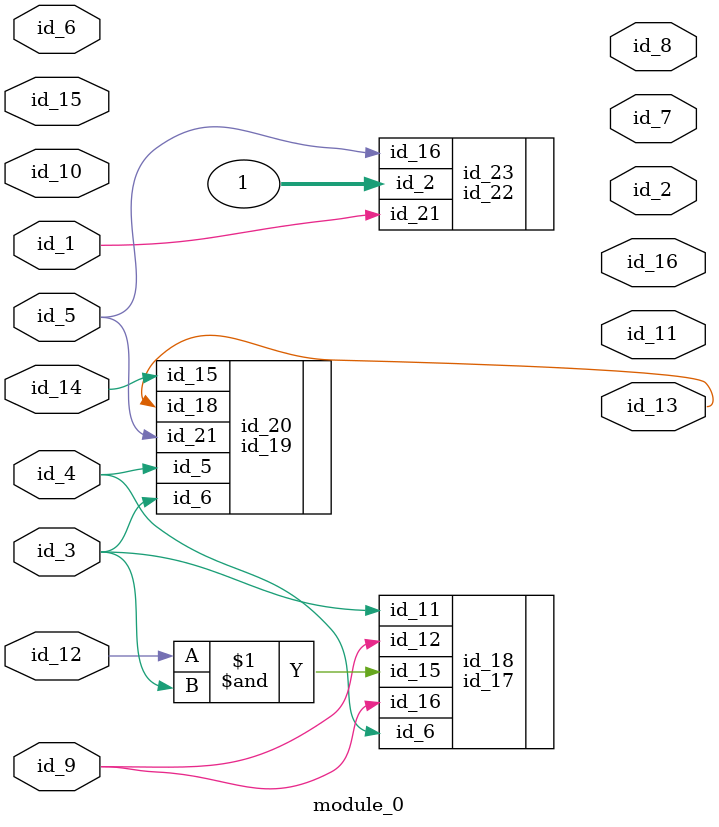
<source format=v>
module module_0 (
    id_1,
    id_2,
    id_3,
    id_4,
    id_5,
    id_6,
    id_7,
    id_8,
    id_9,
    id_10,
    id_11,
    id_12,
    id_13,
    id_14,
    id_15,
    id_16
);
  output id_16;
  input id_15;
  input id_14;
  output id_13;
  input id_12;
  output id_11;
  input id_10;
  input id_9;
  output id_8;
  output id_7;
  input id_6;
  input id_5;
  input id_4;
  input id_3;
  output id_2;
  input id_1;
  id_17 id_18 (
      .id_6 (id_4),
      .id_11(id_3),
      .id_16(id_9),
      .id_15(id_12 & id_3),
      .id_12(id_9)
  );
  id_19 id_20 (
      .id_5 (id_18),
      .id_18(id_13),
      .id_21(id_13),
      .id_15(id_14),
      .id_5 (id_4),
      .id_6 (id_3),
      .id_21(id_5)
  );
  id_22 id_23 (
      .id_21(id_1),
      .id_16((id_3)),
      .id_2 (1),
      .id_16(id_5)
  );
endmodule

</source>
